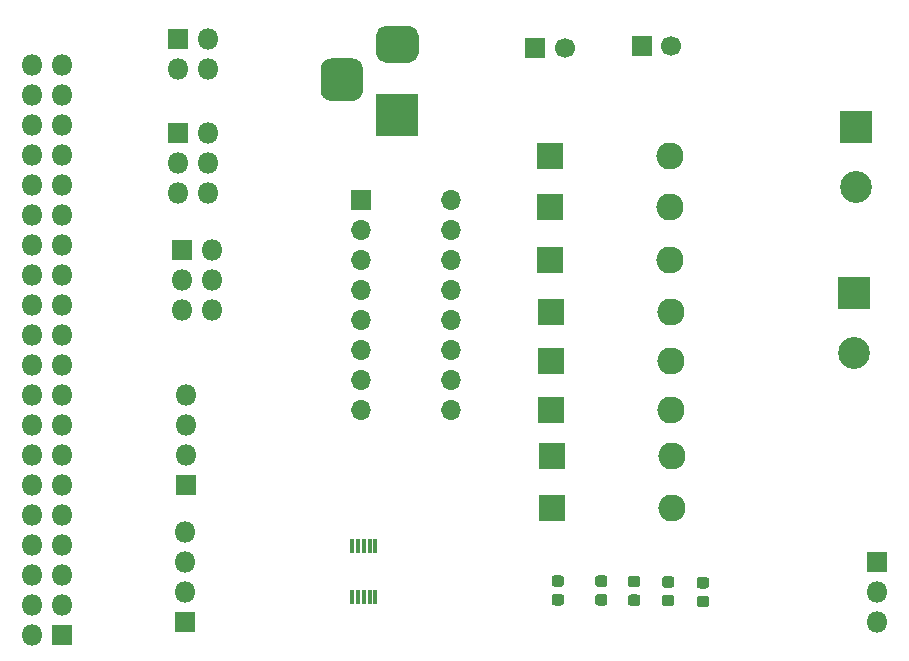
<source format=gbr>
%TF.GenerationSoftware,KiCad,Pcbnew,(5.1.6)-1*%
%TF.CreationDate,2021-05-14T11:39:53+02:00*%
%TF.ProjectId,nano1,6e616e6f-312e-46b6-9963-61645f706362,rev?*%
%TF.SameCoordinates,Original*%
%TF.FileFunction,Soldermask,Top*%
%TF.FilePolarity,Negative*%
%FSLAX46Y46*%
G04 Gerber Fmt 4.6, Leading zero omitted, Abs format (unit mm)*
G04 Created by KiCad (PCBNEW (5.1.6)-1) date 2021-05-14 11:39:53*
%MOMM*%
%LPD*%
G01*
G04 APERTURE LIST*
%ADD10O,1.800000X1.800000*%
%ADD11R,1.800000X1.800000*%
%ADD12R,0.350000X1.200000*%
%ADD13C,2.700000*%
%ADD14R,2.700000X2.700000*%
%ADD15R,3.600000X3.600000*%
%ADD16R,1.700000X1.700000*%
%ADD17C,1.700000*%
%ADD18R,2.300000X2.300000*%
%ADD19O,2.300000X2.300000*%
%ADD20O,1.700000X1.700000*%
G04 APERTURE END LIST*
D10*
%TO.C,J10*%
X112100360Y-86476840D03*
X112100360Y-89016840D03*
X112100360Y-91556840D03*
D11*
X112100360Y-94096840D03*
%TD*%
D10*
%TO.C,J9*%
X170703240Y-94066360D03*
X170703240Y-91526360D03*
D11*
X170703240Y-88986360D03*
%TD*%
D12*
%TO.C,U2*%
X126213360Y-87633920D03*
X126713360Y-87633920D03*
X127213360Y-87633920D03*
X127713360Y-87633920D03*
X128213360Y-87633920D03*
X128213360Y-91933920D03*
X127713360Y-91933920D03*
X127213360Y-91933920D03*
X126713360Y-91933920D03*
X126213360Y-91933920D03*
%TD*%
%TO.C,C3*%
G36*
G01*
X143381150Y-91714600D02*
X143943650Y-91714600D01*
G75*
G02*
X144187400Y-91958350I0J-243750D01*
G01*
X144187400Y-92445850D01*
G75*
G02*
X143943650Y-92689600I-243750J0D01*
G01*
X143381150Y-92689600D01*
G75*
G02*
X143137400Y-92445850I0J243750D01*
G01*
X143137400Y-91958350D01*
G75*
G02*
X143381150Y-91714600I243750J0D01*
G01*
G37*
G36*
G01*
X143381150Y-90139600D02*
X143943650Y-90139600D01*
G75*
G02*
X144187400Y-90383350I0J-243750D01*
G01*
X144187400Y-90870850D01*
G75*
G02*
X143943650Y-91114600I-243750J0D01*
G01*
X143381150Y-91114600D01*
G75*
G02*
X143137400Y-90870850I0J243750D01*
G01*
X143137400Y-90383350D01*
G75*
G02*
X143381150Y-90139600I243750J0D01*
G01*
G37*
%TD*%
%TO.C,R3*%
G36*
G01*
X155659510Y-91851760D02*
X156222010Y-91851760D01*
G75*
G02*
X156465760Y-92095510I0J-243750D01*
G01*
X156465760Y-92583010D01*
G75*
G02*
X156222010Y-92826760I-243750J0D01*
G01*
X155659510Y-92826760D01*
G75*
G02*
X155415760Y-92583010I0J243750D01*
G01*
X155415760Y-92095510D01*
G75*
G02*
X155659510Y-91851760I243750J0D01*
G01*
G37*
G36*
G01*
X155659510Y-90276760D02*
X156222010Y-90276760D01*
G75*
G02*
X156465760Y-90520510I0J-243750D01*
G01*
X156465760Y-91008010D01*
G75*
G02*
X156222010Y-91251760I-243750J0D01*
G01*
X155659510Y-91251760D01*
G75*
G02*
X155415760Y-91008010I0J243750D01*
G01*
X155415760Y-90520510D01*
G75*
G02*
X155659510Y-90276760I243750J0D01*
G01*
G37*
%TD*%
%TO.C,R2*%
G36*
G01*
X147616490Y-91114600D02*
X147053990Y-91114600D01*
G75*
G02*
X146810240Y-90870850I0J243750D01*
G01*
X146810240Y-90383350D01*
G75*
G02*
X147053990Y-90139600I243750J0D01*
G01*
X147616490Y-90139600D01*
G75*
G02*
X147860240Y-90383350I0J-243750D01*
G01*
X147860240Y-90870850D01*
G75*
G02*
X147616490Y-91114600I-243750J0D01*
G01*
G37*
G36*
G01*
X147616490Y-92689600D02*
X147053990Y-92689600D01*
G75*
G02*
X146810240Y-92445850I0J243750D01*
G01*
X146810240Y-91958350D01*
G75*
G02*
X147053990Y-91714600I243750J0D01*
G01*
X147616490Y-91714600D01*
G75*
G02*
X147860240Y-91958350I0J-243750D01*
G01*
X147860240Y-92445850D01*
G75*
G02*
X147616490Y-92689600I-243750J0D01*
G01*
G37*
%TD*%
%TO.C,R1*%
G36*
G01*
X150395250Y-91155240D02*
X149832750Y-91155240D01*
G75*
G02*
X149589000Y-90911490I0J243750D01*
G01*
X149589000Y-90423990D01*
G75*
G02*
X149832750Y-90180240I243750J0D01*
G01*
X150395250Y-90180240D01*
G75*
G02*
X150639000Y-90423990I0J-243750D01*
G01*
X150639000Y-90911490D01*
G75*
G02*
X150395250Y-91155240I-243750J0D01*
G01*
G37*
G36*
G01*
X150395250Y-92730240D02*
X149832750Y-92730240D01*
G75*
G02*
X149589000Y-92486490I0J243750D01*
G01*
X149589000Y-91998990D01*
G75*
G02*
X149832750Y-91755240I243750J0D01*
G01*
X150395250Y-91755240D01*
G75*
G02*
X150639000Y-91998990I0J-243750D01*
G01*
X150639000Y-92486490D01*
G75*
G02*
X150395250Y-92730240I-243750J0D01*
G01*
G37*
%TD*%
%TO.C,R4*%
G36*
G01*
X152713110Y-91775560D02*
X153275610Y-91775560D01*
G75*
G02*
X153519360Y-92019310I0J-243750D01*
G01*
X153519360Y-92506810D01*
G75*
G02*
X153275610Y-92750560I-243750J0D01*
G01*
X152713110Y-92750560D01*
G75*
G02*
X152469360Y-92506810I0J243750D01*
G01*
X152469360Y-92019310D01*
G75*
G02*
X152713110Y-91775560I243750J0D01*
G01*
G37*
G36*
G01*
X152713110Y-90200560D02*
X153275610Y-90200560D01*
G75*
G02*
X153519360Y-90444310I0J-243750D01*
G01*
X153519360Y-90931810D01*
G75*
G02*
X153275610Y-91175560I-243750J0D01*
G01*
X152713110Y-91175560D01*
G75*
G02*
X152469360Y-90931810I0J243750D01*
G01*
X152469360Y-90444310D01*
G75*
G02*
X152713110Y-90200560I243750J0D01*
G01*
G37*
%TD*%
D10*
%TO.C,J3*%
X114345720Y-67670680D03*
X111805720Y-67670680D03*
X114345720Y-65130680D03*
X111805720Y-65130680D03*
X114345720Y-62590680D03*
D11*
X111805720Y-62590680D03*
%TD*%
D10*
%TO.C,J1*%
X99161600Y-46893480D03*
X101701600Y-46893480D03*
X99161600Y-49433480D03*
X101701600Y-49433480D03*
X99161600Y-51973480D03*
X101701600Y-51973480D03*
X99161600Y-54513480D03*
X101701600Y-54513480D03*
X99161600Y-57053480D03*
X101701600Y-57053480D03*
X99161600Y-59593480D03*
X101701600Y-59593480D03*
X99161600Y-62133480D03*
X101701600Y-62133480D03*
X99161600Y-64673480D03*
X101701600Y-64673480D03*
X99161600Y-67213480D03*
X101701600Y-67213480D03*
X99161600Y-69753480D03*
X101701600Y-69753480D03*
X99161600Y-72293480D03*
X101701600Y-72293480D03*
X99161600Y-74833480D03*
X101701600Y-74833480D03*
X99161600Y-77373480D03*
X101701600Y-77373480D03*
X99161600Y-79913480D03*
X101701600Y-79913480D03*
X99161600Y-82453480D03*
X101701600Y-82453480D03*
X99161600Y-84993480D03*
X101701600Y-84993480D03*
X99161600Y-87533480D03*
X101701600Y-87533480D03*
X99161600Y-90073480D03*
X101701600Y-90073480D03*
X99161600Y-92613480D03*
X101701600Y-92613480D03*
X99161600Y-95153480D03*
D11*
X101701600Y-95153480D03*
%TD*%
D13*
%TO.C,J7*%
X168711880Y-71292720D03*
D14*
X168711880Y-66212720D03*
%TD*%
D13*
%TO.C,J6*%
X168935400Y-57221120D03*
D14*
X168935400Y-52141120D03*
%TD*%
D10*
%TO.C,J8*%
X112181640Y-74843640D03*
X112181640Y-77383640D03*
X112181640Y-79923640D03*
D11*
X112181640Y-82463640D03*
%TD*%
%TO.C,J5*%
G36*
G01*
X124463240Y-46370840D02*
X126263240Y-46370840D01*
G75*
G02*
X127163240Y-47270840I0J-900000D01*
G01*
X127163240Y-49070840D01*
G75*
G02*
X126263240Y-49970840I-900000J0D01*
G01*
X124463240Y-49970840D01*
G75*
G02*
X123563240Y-49070840I0J900000D01*
G01*
X123563240Y-47270840D01*
G75*
G02*
X124463240Y-46370840I900000J0D01*
G01*
G37*
G36*
G01*
X129038240Y-43620840D02*
X131088240Y-43620840D01*
G75*
G02*
X131863240Y-44395840I0J-775000D01*
G01*
X131863240Y-45945840D01*
G75*
G02*
X131088240Y-46720840I-775000J0D01*
G01*
X129038240Y-46720840D01*
G75*
G02*
X128263240Y-45945840I0J775000D01*
G01*
X128263240Y-44395840D01*
G75*
G02*
X129038240Y-43620840I775000J0D01*
G01*
G37*
D15*
X130063240Y-51170840D03*
%TD*%
D16*
%TO.C,C2*%
X150779480Y-45354240D03*
D17*
X153279480Y-45354240D03*
%TD*%
D18*
%TO.C,D8*%
X143154400Y-84419440D03*
D19*
X153314400Y-84419440D03*
%TD*%
D18*
%TO.C,D7*%
X143154400Y-80070960D03*
D19*
X153314400Y-80070960D03*
%TD*%
D18*
%TO.C,D6*%
X143068040Y-76154280D03*
D19*
X153228040Y-76154280D03*
%TD*%
D18*
%TO.C,D5*%
X143068040Y-71978520D03*
D19*
X153228040Y-71978520D03*
%TD*%
D18*
%TO.C,D4*%
X143068040Y-67802760D03*
D19*
X153228040Y-67802760D03*
%TD*%
D18*
%TO.C,D3*%
X142981680Y-63454280D03*
D19*
X153141680Y-63454280D03*
%TD*%
D18*
%TO.C,D2*%
X143012160Y-58978800D03*
D19*
X153172160Y-58978800D03*
%TD*%
D18*
%TO.C,D1*%
X142956280Y-54665880D03*
D19*
X153116280Y-54665880D03*
%TD*%
D16*
%TO.C,C1*%
X141721840Y-45501560D03*
D17*
X144221840Y-45501560D03*
%TD*%
D20*
%TO.C,U1*%
X134574280Y-58364120D03*
X126954280Y-76144120D03*
X134574280Y-60904120D03*
X126954280Y-73604120D03*
X134574280Y-63444120D03*
X126954280Y-71064120D03*
X134574280Y-65984120D03*
X126954280Y-68524120D03*
X134574280Y-68524120D03*
X126954280Y-65984120D03*
X134574280Y-71064120D03*
X126954280Y-63444120D03*
X134574280Y-73604120D03*
X126954280Y-60904120D03*
X134574280Y-76144120D03*
D16*
X126954280Y-58364120D03*
%TD*%
D10*
%TO.C,J4*%
X114020600Y-47259240D03*
X111480600Y-47259240D03*
X114020600Y-44719240D03*
D11*
X111480600Y-44719240D03*
%TD*%
D10*
%TO.C,J2*%
X114020600Y-57734200D03*
X111480600Y-57734200D03*
X114020600Y-55194200D03*
X111480600Y-55194200D03*
X114020600Y-52654200D03*
D11*
X111480600Y-52654200D03*
%TD*%
M02*

</source>
